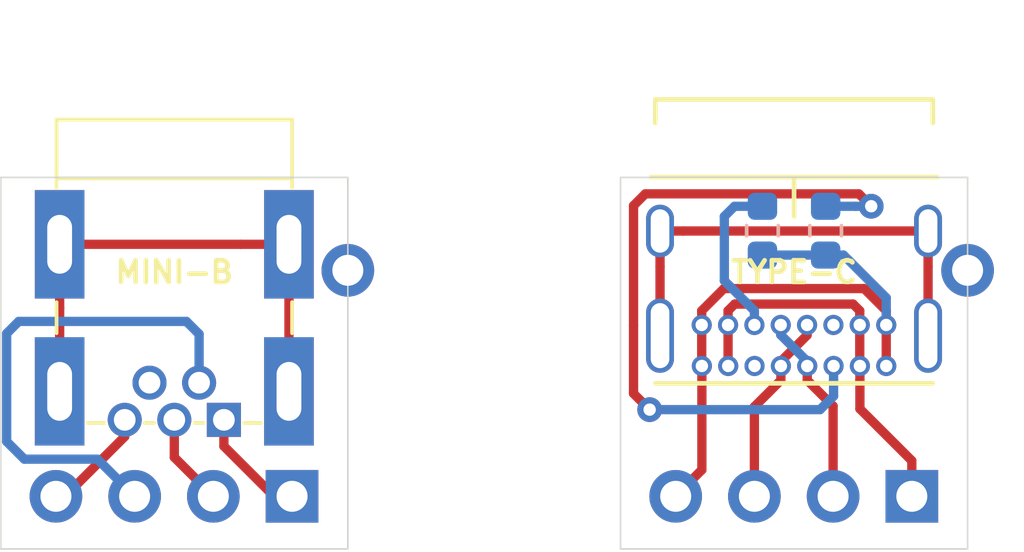
<source format=kicad_pcb>
(kicad_pcb (version 20171130) (host pcbnew "(5.1.2)-1")

  (general
    (thickness 1.6)
    (drawings 8)
    (tracks 90)
    (zones 0)
    (modules 8)
    (nets 14)
  )

  (page A4)
  (layers
    (0 F.Cu signal)
    (31 B.Cu signal)
    (32 B.Adhes user)
    (33 F.Adhes user)
    (34 B.Paste user)
    (35 F.Paste user)
    (36 B.SilkS user)
    (37 F.SilkS user)
    (38 B.Mask user)
    (39 F.Mask user)
    (40 Dwgs.User user)
    (41 Cmts.User user)
    (42 Eco1.User user)
    (43 Eco2.User user)
    (44 Edge.Cuts user)
    (45 Margin user)
    (46 B.CrtYd user)
    (47 F.CrtYd user)
    (48 B.Fab user)
    (49 F.Fab user hide)
  )

  (setup
    (last_trace_width 0.3)
    (trace_clearance 0.2)
    (zone_clearance 0.508)
    (zone_45_only no)
    (trace_min 0.2)
    (via_size 0.8)
    (via_drill 0.4)
    (via_min_size 0.4)
    (via_min_drill 0.3)
    (uvia_size 0.3)
    (uvia_drill 0.1)
    (uvias_allowed no)
    (uvia_min_size 0.2)
    (uvia_min_drill 0.1)
    (edge_width 0.05)
    (segment_width 0.2)
    (pcb_text_width 0.3)
    (pcb_text_size 1.5 1.5)
    (mod_edge_width 0.12)
    (mod_text_size 1 1)
    (mod_text_width 0.15)
    (pad_size 1.7 1.7)
    (pad_drill 1)
    (pad_to_mask_clearance 0.051)
    (solder_mask_min_width 0.25)
    (aux_axis_origin 0 0)
    (visible_elements 7FFFFFFF)
    (pcbplotparams
      (layerselection 0x010fc_ffffffff)
      (usegerberextensions false)
      (usegerberattributes false)
      (usegerberadvancedattributes false)
      (creategerberjobfile false)
      (excludeedgelayer true)
      (linewidth 0.100000)
      (plotframeref false)
      (viasonmask false)
      (mode 1)
      (useauxorigin false)
      (hpglpennumber 1)
      (hpglpenspeed 20)
      (hpglpendiameter 15.000000)
      (psnegative false)
      (psa4output false)
      (plotreference true)
      (plotvalue true)
      (plotinvisibletext false)
      (padsonsilk false)
      (subtractmaskfromsilk false)
      (outputformat 1)
      (mirror false)
      (drillshape 1)
      (scaleselection 1)
      (outputdirectory ""))
  )

  (net 0 "")
  (net 1 "Net-(J1-Pad3)")
  (net 2 "Net-(J1-Pad2)")
  (net 3 "Net-(J1-Pad1)")
  (net 4 "Net-(J2-Pad4)")
  (net 5 "Net-(J2-Pad3)")
  (net 6 "Net-(J2-Pad2)")
  (net 7 "Net-(J2-Pad1)")
  (net 8 "Net-(J3-Pad6)")
  (net 9 "Net-(J3-Pad4)")
  (net 10 "Net-(P1-PadA5)")
  (net 11 "Net-(P1-PadB5)")
  (net 12 "Net-(P1-PadS1)")
  (net 13 /GND)

  (net_class Default "This is the default net class."
    (clearance 0.2)
    (trace_width 0.3)
    (via_dia 0.8)
    (via_drill 0.4)
    (uvia_dia 0.3)
    (uvia_drill 0.1)
    (add_net /GND)
    (add_net "Net-(J1-Pad1)")
    (add_net "Net-(J1-Pad2)")
    (add_net "Net-(J1-Pad3)")
    (add_net "Net-(J2-Pad1)")
    (add_net "Net-(J2-Pad2)")
    (add_net "Net-(J2-Pad3)")
    (add_net "Net-(J2-Pad4)")
    (add_net "Net-(J3-Pad4)")
    (add_net "Net-(J3-Pad6)")
    (add_net "Net-(P1-PadA5)")
    (add_net "Net-(P1-PadB5)")
    (add_net "Net-(P1-PadS1)")
  )

  (module Resistor_SMD:R_0603_1608Metric (layer B.Cu) (tedit 5B301BBD) (tstamp 5CE332CB)
    (at 127.850001 29.89 90)
    (descr "Resistor SMD 0603 (1608 Metric), square (rectangular) end terminal, IPC_7351 nominal, (Body size source: http://www.tortai-tech.com/upload/download/2011102023233369053.pdf), generated with kicad-footprint-generator")
    (tags resistor)
    (path /5CE3280B)
    (attr smd)
    (fp_text reference R1 (at 6.35 2.72 270) (layer F.Fab)
      (effects (font (size 1 1) (thickness 0.15)) (justify mirror))
    )
    (fp_text value 5.1k (at 6.35 -2.72 270) (layer F.Fab)
      (effects (font (size 1 1) (thickness 0.15)) (justify mirror))
    )
    (fp_text user %R (at 6.35 0 270) (layer F.Fab)
      (effects (font (size 1 1) (thickness 0.15)) (justify mirror))
    )
    (fp_line (start 1.48 -0.73) (end -1.48 -0.73) (layer B.CrtYd) (width 0.05))
    (fp_line (start 1.48 0.73) (end 1.48 -0.73) (layer B.CrtYd) (width 0.05))
    (fp_line (start -1.48 0.73) (end 1.48 0.73) (layer B.CrtYd) (width 0.05))
    (fp_line (start -1.48 -0.73) (end -1.48 0.73) (layer B.CrtYd) (width 0.05))
    (fp_line (start -0.162779 -0.51) (end 0.162779 -0.51) (layer B.SilkS) (width 0.12))
    (fp_line (start -0.162779 0.51) (end 0.162779 0.51) (layer B.SilkS) (width 0.12))
    (fp_line (start 0.8 -0.4) (end -0.8 -0.4) (layer B.Fab) (width 0.1))
    (fp_line (start 0.8 0.4) (end 0.8 -0.4) (layer B.Fab) (width 0.1))
    (fp_line (start -0.8 0.4) (end 0.8 0.4) (layer B.Fab) (width 0.1))
    (fp_line (start -0.8 -0.4) (end -0.8 0.4) (layer B.Fab) (width 0.1))
    (pad 2 smd roundrect (at 0.7875 0 90) (size 0.875 0.95) (layers B.Cu B.Paste B.Mask) (roundrect_rratio 0.25)
      (net 11 "Net-(P1-PadB5)"))
    (pad 1 smd roundrect (at -0.7875 0 90) (size 0.875 0.95) (layers B.Cu B.Paste B.Mask) (roundrect_rratio 0.25)
      (net 13 /GND))
    (model ${KISYS3DMOD}/Resistor_SMD.3dshapes/R_0603_1608Metric.wrl
      (at (xyz 0 0 0))
      (scale (xyz 1 1 1))
      (rotate (xyz 0 0 0))
    )
  )

  (module Resistor_SMD:R_0603_1608Metric (layer B.Cu) (tedit 5B301BBD) (tstamp 5CE32E0C)
    (at 129.889999 29.89 90)
    (descr "Resistor SMD 0603 (1608 Metric), square (rectangular) end terminal, IPC_7351 nominal, (Body size source: http://www.tortai-tech.com/upload/download/2011102023233369053.pdf), generated with kicad-footprint-generator")
    (tags resistor)
    (path /5CE3280B)
    (attr smd)
    (fp_text reference R1 (at 6.35 2.72 270) (layer F.Fab)
      (effects (font (size 1 1) (thickness 0.15)) (justify mirror))
    )
    (fp_text value 5.1k (at 6.35 -2.72 270) (layer F.Fab)
      (effects (font (size 1 1) (thickness 0.15)) (justify mirror))
    )
    (fp_text user %R (at 6.35 0 270) (layer F.Fab)
      (effects (font (size 1 1) (thickness 0.15)) (justify mirror))
    )
    (fp_line (start 1.48 -0.73) (end -1.48 -0.73) (layer B.CrtYd) (width 0.05))
    (fp_line (start 1.48 0.73) (end 1.48 -0.73) (layer B.CrtYd) (width 0.05))
    (fp_line (start -1.48 0.73) (end 1.48 0.73) (layer B.CrtYd) (width 0.05))
    (fp_line (start -1.48 -0.73) (end -1.48 0.73) (layer B.CrtYd) (width 0.05))
    (fp_line (start -0.162779 -0.51) (end 0.162779 -0.51) (layer B.SilkS) (width 0.12))
    (fp_line (start -0.162779 0.51) (end 0.162779 0.51) (layer B.SilkS) (width 0.12))
    (fp_line (start 0.8 -0.4) (end -0.8 -0.4) (layer B.Fab) (width 0.1))
    (fp_line (start 0.8 0.4) (end 0.8 -0.4) (layer B.Fab) (width 0.1))
    (fp_line (start -0.8 0.4) (end 0.8 0.4) (layer B.Fab) (width 0.1))
    (fp_line (start -0.8 -0.4) (end -0.8 0.4) (layer B.Fab) (width 0.1))
    (pad 2 smd roundrect (at 0.7875 0 90) (size 0.875 0.95) (layers B.Cu B.Paste B.Mask) (roundrect_rratio 0.25)
      (net 10 "Net-(P1-PadA5)"))
    (pad 1 smd roundrect (at -0.7875 0 90) (size 0.875 0.95) (layers B.Cu B.Paste B.Mask) (roundrect_rratio 0.25)
      (net 13 /GND))
    (model ${KISYS3DMOD}/Resistor_SMD.3dshapes/R_0603_1608Metric.wrl
      (at (xyz 0 0 0))
      (scale (xyz 1 1 1))
      (rotate (xyz 0 0 0))
    )
  )

  (module USB_OtherConnectors:USB_Mini-B_THT_Horizontal (layer F.Cu) (tedit 5CE318BB) (tstamp 5CE31467)
    (at 110.47 36 180)
    (descr "Horizontally mounted through hole Mini-USB connector.")
    (tags "connector usb tht throughhole")
    (path /5CE330C0)
    (fp_text reference MINI-B (at 1.6 4.77 180) (layer F.SilkS)
      (effects (font (size 0.7 0.7) (thickness 0.15)))
    )
    (fp_text value USB_B_Mini (at 1.27 11.43 180) (layer F.Fab)
      (effects (font (size 1 1) (thickness 0.15)))
    )
    (fp_line (start 5.4 2.8) (end 5.4 3.8) (layer F.SilkS) (width 0.12))
    (fp_line (start -2.2 7.5) (end -2.2 9.7) (layer F.SilkS) (width 0.12))
    (fp_line (start -2.2 9.7) (end 5.4 9.7) (layer F.SilkS) (width 0.12))
    (fp_line (start 5.4 9.7) (end 5.4 7.5) (layer F.SilkS) (width 0.12))
    (fp_line (start -2.2 2.8) (end -2.2 3.8) (layer F.SilkS) (width 0.12))
    (fp_line (start 3.85 -0.1) (end 4.4 -0.1) (layer F.SilkS) (width 0.12))
    (fp_line (start 2.25 -0.1) (end 2.55 -0.1) (layer F.SilkS) (width 0.12))
    (fp_line (start 0.65 -0.1) (end 0.95 -0.1) (layer F.SilkS) (width 0.12))
    (fp_line (start -1.2 -0.1) (end -0.65 -0.1) (layer F.SilkS) (width 0.12))
    (fp_line (start -2.1 0) (end 5.3 0) (layer F.Fab) (width 0.1))
    (fp_line (start 5.3 0) (end 5.3 9.6) (layer F.Fab) (width 0.1))
    (fp_line (start 5.3 9.6) (end -2.1 9.6) (layer F.Fab) (width 0.1))
    (fp_line (start -2.1 9.6) (end -2.1 0) (layer F.Fab) (width 0.1))
    (fp_line (start -2.2 7.8) (end 5.4 7.8) (layer F.SilkS) (width 0.12))
    (fp_line (start -3.85 -2.25) (end 7.05 -2.25) (layer F.CrtYd) (width 0.05))
    (fp_line (start -3.85 -2.25) (end -3.85 10.1) (layer F.CrtYd) (width 0.05))
    (fp_line (start 7.05 10.1) (end 7.05 -2.25) (layer F.CrtYd) (width 0.05))
    (fp_line (start 7.05 10.1) (end -3.85 10.1) (layer F.CrtYd) (width 0.05))
    (pad 6 thru_hole rect (at -2.1 0.92 180) (size 1.6 3.5) (drill oval 0.8 1.9) (layers *.Cu *.Mask)
      (net 8 "Net-(J3-Pad6)"))
    (pad 6 thru_hole rect (at 5.3 0.92 180) (size 1.6 3.5) (drill oval 0.8 1.9) (layers *.Cu *.Mask)
      (net 8 "Net-(J3-Pad6)"))
    (pad 6 thru_hole rect (at -2.1 5.67 180) (size 1.6 3.5) (drill oval 0.8 1.9) (layers *.Cu *.Mask)
      (net 8 "Net-(J3-Pad6)"))
    (pad 4 thru_hole circle (at 2.4 1.2 180) (size 1.1 1.1) (drill 0.7) (layers *.Cu *.Mask)
      (net 9 "Net-(J3-Pad4)"))
    (pad 2 thru_hole circle (at 0.8 1.2 180) (size 1.1 1.1) (drill 0.7) (layers *.Cu *.Mask)
      (net 5 "Net-(J2-Pad3)"))
    (pad 1 thru_hole rect (at 0 0 180) (size 1.1 1.1) (drill 0.7) (layers *.Cu *.Mask)
      (net 7 "Net-(J2-Pad1)"))
    (pad 5 thru_hole circle (at 3.2 0 180) (size 1.1 1.1) (drill 0.7) (layers *.Cu *.Mask)
      (net 4 "Net-(J2-Pad4)"))
    (pad 3 thru_hole circle (at 1.6 0 180) (size 1.1 1.1) (drill 0.7) (layers *.Cu *.Mask)
      (net 6 "Net-(J2-Pad2)"))
    (pad 6 thru_hole rect (at 5.3 5.67 180) (size 1.6 3.5) (drill oval 0.8 1.9) (layers *.Cu *.Mask)
      (net 8 "Net-(J3-Pad6)"))
  )

  (module Connector_PinHeader_2.54mm:PinHeader_1x04_P2.54mm_Vertical (layer F.Cu) (tedit 5CE3182F) (tstamp 5CE3142F)
    (at 132.67 38.47 270)
    (descr "Through hole straight pin header, 1x04, 2.54mm pitch, single row")
    (tags "Through hole pin header THT 1x04 2.54mm single row")
    (path /5CE38B0C)
    (fp_text reference J1 (at 0 -2.33 270) (layer F.Fab)
      (effects (font (size 1 1) (thickness 0.15)))
    )
    (fp_text value Conn_01x04_MountingPin (at 0 9.95 270) (layer F.Fab)
      (effects (font (size 1 1) (thickness 0.15)))
    )
    (fp_line (start -0.635 -1.27) (end 1.27 -1.27) (layer F.Fab) (width 0.1))
    (fp_line (start 1.27 -1.27) (end 1.27 8.89) (layer F.Fab) (width 0.1))
    (fp_line (start 1.27 8.89) (end -1.27 8.89) (layer F.Fab) (width 0.1))
    (fp_line (start -1.27 8.89) (end -1.27 -0.635) (layer F.Fab) (width 0.1))
    (fp_line (start -1.27 -0.635) (end -0.635 -1.27) (layer F.Fab) (width 0.1))
    (fp_line (start -1.8 -1.8) (end -1.8 9.4) (layer F.CrtYd) (width 0.05))
    (fp_line (start -1.8 9.4) (end 1.8 9.4) (layer F.CrtYd) (width 0.05))
    (fp_line (start 1.8 9.4) (end 1.8 -1.8) (layer F.CrtYd) (width 0.05))
    (fp_line (start 1.8 -1.8) (end -1.8 -1.8) (layer F.CrtYd) (width 0.05))
    (fp_text user %R (at 0 3.81) (layer F.Fab)
      (effects (font (size 1 1) (thickness 0.15)))
    )
    (pad 1 thru_hole rect (at 0 0 270) (size 1.7 1.7) (drill 1) (layers *.Cu *.Mask)
      (net 3 "Net-(J1-Pad1)"))
    (pad 2 thru_hole oval (at 0 2.54 270) (size 1.7 1.7) (drill 1) (layers *.Cu *.Mask)
      (net 2 "Net-(J1-Pad2)"))
    (pad 3 thru_hole oval (at 0 5.08 270) (size 1.7 1.7) (drill 1) (layers *.Cu *.Mask)
      (net 1 "Net-(J1-Pad3)"))
    (pad 4 thru_hole oval (at 0 7.62 270) (size 1.7 1.7) (drill 1) (layers *.Cu *.Mask)
      (net 13 /GND))
    (model ${KISYS3DMOD}/Connector_PinHeader_2.54mm.3dshapes/PinHeader_1x04_P2.54mm_Vertical.wrl
      (at (xyz 0 0 0))
      (scale (xyz 1 1 1))
      (rotate (xyz 0 0 0))
    )
  )

  (module Connector_PinHeader_2.54mm:PinHeader_1x04_P2.54mm_Vertical (layer F.Cu) (tedit 5CE31812) (tstamp 5CE31447)
    (at 112.67 38.47 270)
    (descr "Through hole straight pin header, 1x04, 2.54mm pitch, single row")
    (tags "Through hole pin header THT 1x04 2.54mm single row")
    (path /5CE41AE4)
    (fp_text reference J2 (at 0 -2.36 90) (layer F.Fab)
      (effects (font (size 1 1) (thickness 0.15)))
    )
    (fp_text value Conn_01x04_MountingPin (at 0 9.95 270) (layer F.Fab)
      (effects (font (size 1 1) (thickness 0.15)))
    )
    (fp_text user %R (at 0 3.81) (layer F.Fab)
      (effects (font (size 1 1) (thickness 0.15)))
    )
    (fp_line (start 1.8 -1.8) (end -1.8 -1.8) (layer F.CrtYd) (width 0.05))
    (fp_line (start 1.8 9.4) (end 1.8 -1.8) (layer F.CrtYd) (width 0.05))
    (fp_line (start -1.8 9.4) (end 1.8 9.4) (layer F.CrtYd) (width 0.05))
    (fp_line (start -1.8 -1.8) (end -1.8 9.4) (layer F.CrtYd) (width 0.05))
    (fp_line (start -1.27 -0.635) (end -0.635 -1.27) (layer F.Fab) (width 0.1))
    (fp_line (start -1.27 8.89) (end -1.27 -0.635) (layer F.Fab) (width 0.1))
    (fp_line (start 1.27 8.89) (end -1.27 8.89) (layer F.Fab) (width 0.1))
    (fp_line (start 1.27 -1.27) (end 1.27 8.89) (layer F.Fab) (width 0.1))
    (fp_line (start -0.635 -1.27) (end 1.27 -1.27) (layer F.Fab) (width 0.1))
    (pad 4 thru_hole oval (at 0 7.62 270) (size 1.7 1.7) (drill 1) (layers *.Cu *.Mask)
      (net 4 "Net-(J2-Pad4)"))
    (pad 3 thru_hole oval (at 0 5.08 270) (size 1.7 1.7) (drill 1) (layers *.Cu *.Mask)
      (net 5 "Net-(J2-Pad3)"))
    (pad 2 thru_hole oval (at 0 2.54 270) (size 1.7 1.7) (drill 1) (layers *.Cu *.Mask)
      (net 6 "Net-(J2-Pad2)"))
    (pad 1 thru_hole rect (at 0 0 270) (size 1.7 1.7) (drill 1) (layers *.Cu *.Mask)
      (net 7 "Net-(J2-Pad1)"))
    (model ${KISYS3DMOD}/Connector_PinHeader_2.54mm.3dshapes/PinHeader_1x04_P2.54mm_Vertical.wrl
      (at (xyz 0 0 0))
      (scale (xyz 1 1 1))
      (rotate (xyz 0 0 0))
    )
  )

  (module Connector_PinHeader_2.54mm:PinHeader_1x01_P2.54mm_Vertical (layer F.Cu) (tedit 5CE33F8A) (tstamp 5CE37EE1)
    (at 114.47 31.17)
    (descr "Through hole straight pin header, 1x01, 2.54mm pitch, single row")
    (tags "Through hole pin header THT 1x01 2.54mm single row")
    (fp_text reference REF** (at 1.8 -3.42) (layer F.Fab)
      (effects (font (size 1 1) (thickness 0.15)))
    )
    (fp_text value PinHeader_1x01_P2.54mm_Vertical (at 0 2.33) (layer F.Fab)
      (effects (font (size 1 1) (thickness 0.15)))
    )
    (fp_line (start -0.635 -1.27) (end 1.27 -1.27) (layer F.Fab) (width 0.1))
    (fp_line (start 1.27 -1.27) (end 1.27 1.27) (layer F.Fab) (width 0.1))
    (fp_line (start 1.27 1.27) (end -1.27 1.27) (layer F.Fab) (width 0.1))
    (fp_line (start -1.27 1.27) (end -1.27 -0.635) (layer F.Fab) (width 0.1))
    (fp_line (start -1.27 -0.635) (end -0.635 -1.27) (layer F.Fab) (width 0.1))
    (fp_line (start -1.8 -1.8) (end -1.8 1.8) (layer F.CrtYd) (width 0.05))
    (fp_line (start -1.8 1.8) (end 1.8 1.8) (layer F.CrtYd) (width 0.05))
    (fp_line (start 1.8 1.8) (end 1.8 -1.8) (layer F.CrtYd) (width 0.05))
    (fp_line (start 1.8 -1.8) (end -1.8 -1.8) (layer F.CrtYd) (width 0.05))
    (fp_text user %R (at 0 0 90) (layer F.Fab)
      (effects (font (size 1 1) (thickness 0.15)))
    )
    (pad 1 thru_hole circle (at 0 0) (size 1.7 1.7) (drill 1) (layers *.Cu *.Mask))
    (model ${KISYS3DMOD}/Connector_PinHeader_2.54mm.3dshapes/PinHeader_1x01_P2.54mm_Vertical.wrl
      (at (xyz 0 0 0))
      (scale (xyz 1 1 1))
      (rotate (xyz 0 0 0))
    )
  )

  (module Connector_PinHeader_2.54mm:PinHeader_1x01_P2.54mm_Vertical (layer F.Cu) (tedit 5CE33FD7) (tstamp 5CE37FDF)
    (at 134.47 31.17)
    (descr "Through hole straight pin header, 1x01, 2.54mm pitch, single row")
    (tags "Through hole pin header THT 1x01 2.54mm single row")
    (fp_text reference REF** (at 0 -2.33) (layer F.Fab)
      (effects (font (size 1 1) (thickness 0.15)))
    )
    (fp_text value PinHeader_1x01_P2.54mm_Vertical (at 0 2.33) (layer F.Fab)
      (effects (font (size 1 1) (thickness 0.15)))
    )
    (fp_text user %R (at 0 0 90) (layer F.Fab)
      (effects (font (size 1 1) (thickness 0.15)))
    )
    (fp_line (start 1.8 -1.8) (end -1.8 -1.8) (layer F.CrtYd) (width 0.05))
    (fp_line (start 1.8 1.8) (end 1.8 -1.8) (layer F.CrtYd) (width 0.05))
    (fp_line (start -1.8 1.8) (end 1.8 1.8) (layer F.CrtYd) (width 0.05))
    (fp_line (start -1.8 -1.8) (end -1.8 1.8) (layer F.CrtYd) (width 0.05))
    (fp_line (start -1.27 -0.635) (end -0.635 -1.27) (layer F.Fab) (width 0.1))
    (fp_line (start -1.27 1.27) (end -1.27 -0.635) (layer F.Fab) (width 0.1))
    (fp_line (start 1.27 1.27) (end -1.27 1.27) (layer F.Fab) (width 0.1))
    (fp_line (start 1.27 -1.27) (end 1.27 1.27) (layer F.Fab) (width 0.1))
    (fp_line (start -0.635 -1.27) (end 1.27 -1.27) (layer F.Fab) (width 0.1))
    (pad 1 thru_hole circle (at 0 0) (size 1.7 1.7) (drill 1) (layers *.Cu *.Mask))
    (model ${KISYS3DMOD}/Connector_PinHeader_2.54mm.3dshapes/PinHeader_1x01_P2.54mm_Vertical.wrl
      (at (xyz 0 0 0))
      (scale (xyz 1 1 1))
      (rotate (xyz 0 0 0))
    )
  )

  (module Type-C:USB_C_GCT_USB4085 (layer F.Cu) (tedit 5CE32AA5) (tstamp 5CE31485)
    (at 128.87 28.16 180)
    (path /5CE3125B)
    (fp_text reference TYPE-C (at 0 -3.07) (layer F.SilkS)
      (effects (font (size 0.7 0.7) (thickness 0.15)))
    )
    (fp_text value USB_C_Plug_USB2.0 (at 0 0.85) (layer F.Fab)
      (effects (font (size 1 1) (thickness 0.15)))
    )
    (fp_line (start -4.625 0) (end 4.625 0) (layer F.SilkS) (width 0.15))
    (fp_line (start -4.475 -6.66) (end 4.475 -6.66) (layer F.SilkS) (width 0.15))
    (fp_line (start 4.48 1.75) (end 4.475 2.51) (layer F.SilkS) (width 0.15))
    (fp_line (start -4.475 2.51) (end 4.475 2.51) (layer F.SilkS) (width 0.15))
    (fp_line (start -4.475 2.51) (end -4.48 1.75) (layer F.SilkS) (width 0.15))
    (fp_line (start 0 0) (end 0 -1.27) (layer F.SilkS) (width 0.15))
    (pad A5 thru_hole circle (at -1.275 -6.1 180) (size 0.65 0.65) (drill 0.4) (layers *.Cu *.Mask)
      (net 10 "Net-(P1-PadA5)"))
    (pad A1 thru_hole circle (at -2.975 -6.1 180) (size 0.65 0.65) (drill 0.4) (layers *.Cu *.Mask)
      (net 13 /GND))
    (pad A4 thru_hole circle (at -2.125 -6.1 180) (size 0.65 0.65) (drill 0.4) (layers *.Cu *.Mask)
      (net 3 "Net-(J1-Pad1)"))
    (pad A6 thru_hole circle (at -0.425 -6.1 180) (size 0.65 0.65) (drill 0.4) (layers *.Cu *.Mask)
      (net 2 "Net-(J1-Pad2)"))
    (pad A7 thru_hole circle (at 0.425 -6.1 180) (size 0.65 0.65) (drill 0.4) (layers *.Cu *.Mask)
      (net 1 "Net-(J1-Pad3)"))
    (pad A8 thru_hole circle (at 1.275 -6.1 180) (size 0.65 0.65) (drill 0.4) (layers *.Cu *.Mask))
    (pad A9 thru_hole circle (at 2.125 -6.1 180) (size 0.65 0.65) (drill 0.4) (layers *.Cu *.Mask)
      (net 3 "Net-(J1-Pad1)"))
    (pad A12 thru_hole circle (at 2.975 -6.1 180) (size 0.65 0.65) (drill 0.4) (layers *.Cu *.Mask)
      (net 13 /GND))
    (pad B12 thru_hole circle (at -2.975 -4.775 180) (size 0.65 0.65) (drill 0.4) (layers *.Cu *.Mask)
      (net 13 /GND))
    (pad B9 thru_hole circle (at -2.12 -4.775 180) (size 0.65 0.65) (drill 0.4) (layers *.Cu *.Mask)
      (net 3 "Net-(J1-Pad1)"))
    (pad B8 thru_hole circle (at -1.27 -4.775 180) (size 0.65 0.65) (drill 0.4) (layers *.Cu *.Mask))
    (pad B7 thru_hole circle (at -0.42 -4.775 180) (size 0.65 0.65) (drill 0.4) (layers *.Cu *.Mask)
      (net 1 "Net-(J1-Pad3)"))
    (pad B6 thru_hole circle (at 0.43 -4.775 180) (size 0.65 0.65) (drill 0.4) (layers *.Cu *.Mask)
      (net 2 "Net-(J1-Pad2)"))
    (pad B5 thru_hole circle (at 1.28 -4.775 180) (size 0.65 0.65) (drill 0.4) (layers *.Cu *.Mask)
      (net 11 "Net-(P1-PadB5)"))
    (pad B4 thru_hole circle (at 2.13 -4.775 180) (size 0.65 0.65) (drill 0.4) (layers *.Cu *.Mask)
      (net 3 "Net-(J1-Pad1)"))
    (pad B1 thru_hole circle (at 2.98 -4.775 180) (size 0.65 0.65) (drill 0.4) (layers *.Cu *.Mask)
      (net 13 /GND))
    (pad S1 thru_hole oval (at -4.325 -5.12 180) (size 0.9 2.4) (drill oval 0.6 2.1) (layers *.Cu *.Mask)
      (net 12 "Net-(P1-PadS1)"))
    (pad S1 thru_hole oval (at 4.325 -5.12 180) (size 0.9 2.4) (drill oval 0.6 2.1) (layers *.Cu *.Mask)
      (net 12 "Net-(P1-PadS1)"))
    (pad S1 thru_hole oval (at -4.325 -1.74 180) (size 0.9 1.7) (drill oval 0.6 1.4) (layers *.Cu *.Mask)
      (net 12 "Net-(P1-PadS1)"))
    (pad S1 thru_hole oval (at 4.325 -1.74 180) (size 0.9 1.7) (drill oval 0.6 1.4) (layers *.Cu *.Mask)
      (net 12 "Net-(P1-PadS1)"))
  )

  (gr_line (start 103.27 28.17) (end 103.27 40.17) (layer Edge.Cuts) (width 0.05) (tstamp 5CE3425F))
  (gr_line (start 114.47 40.17) (end 114.47 28.17) (layer Edge.Cuts) (width 0.05) (tstamp 5CE3425E))
  (gr_line (start 134.47 28.17) (end 134.47 40.17) (layer Edge.Cuts) (width 0.05) (tstamp 5CE3425D))
  (gr_line (start 123.27 40.17) (end 123.27 28.17) (layer Edge.Cuts) (width 0.05) (tstamp 5CE3425C))
  (gr_line (start 123.27 28.17) (end 134.47 28.17) (layer Edge.Cuts) (width 0.05) (tstamp 5CE31B0F))
  (gr_line (start 123.27 40.17) (end 134.47 40.17) (layer Edge.Cuts) (width 0.05) (tstamp 5CE31B0E))
  (gr_line (start 103.27 40.17) (end 114.47 40.17) (layer Edge.Cuts) (width 0.05) (tstamp 5CE314F2))
  (gr_line (start 103.27 28.17) (end 114.47 28.17) (layer Edge.Cuts) (width 0.05))

  (segment (start 128.445 34.719619) (end 127.59 35.574619) (width 0.3) (layer F.Cu) (net 1))
  (segment (start 128.445 34.26) (end 128.445 34.719619) (width 0.3) (layer F.Cu) (net 1))
  (segment (start 127.59 35.574619) (end 127.59 38.47) (width 0.3) (layer F.Cu) (net 1))
  (segment (start 128.445 34.110998) (end 128.445 34.26) (width 0.3) (layer F.Cu) (net 1))
  (segment (start 129.29 33.265998) (end 128.445 34.110998) (width 0.3) (layer F.Cu) (net 1))
  (segment (start 129.29 32.935) (end 129.29 33.265998) (width 0.3) (layer F.Cu) (net 1))
  (segment (start 129.295 34.719619) (end 130.13 35.554619) (width 0.3) (layer F.Cu) (net 2))
  (segment (start 129.295 34.26) (end 129.295 34.719619) (width 0.3) (layer F.Cu) (net 2))
  (segment (start 130.13 35.554619) (end 130.13 38.47) (width 0.3) (layer F.Cu) (net 2))
  (segment (start 129.295 34.110998) (end 129.295 34.26) (width 0.3) (layer B.Cu) (net 2))
  (segment (start 128.44 33.255998) (end 129.295 34.110998) (width 0.3) (layer B.Cu) (net 2))
  (segment (start 128.44 32.935) (end 128.44 33.255998) (width 0.3) (layer B.Cu) (net 2))
  (segment (start 130.995 34.719619) (end 130.995 34.26) (width 0.3) (layer F.Cu) (net 3))
  (segment (start 130.995 35.645) (end 130.995 34.719619) (width 0.3) (layer F.Cu) (net 3))
  (segment (start 132.67 37.32) (end 130.995 35.645) (width 0.3) (layer F.Cu) (net 3))
  (segment (start 132.67 38.47) (end 132.67 37.32) (width 0.3) (layer F.Cu) (net 3))
  (segment (start 130.99 32.475381) (end 130.99 32.935) (width 0.3) (layer F.Cu) (net 3))
  (segment (start 130.774618 32.259999) (end 130.99 32.475381) (width 0.3) (layer F.Cu) (net 3))
  (segment (start 126.955382 32.259999) (end 130.774618 32.259999) (width 0.3) (layer F.Cu) (net 3))
  (segment (start 126.74 32.475381) (end 126.955382 32.259999) (width 0.3) (layer F.Cu) (net 3))
  (segment (start 126.74 32.935) (end 126.74 32.475381) (width 0.3) (layer F.Cu) (net 3))
  (segment (start 126.74 34.255) (end 126.745 34.26) (width 0.3) (layer F.Cu) (net 3))
  (segment (start 126.74 32.935) (end 126.74 34.255) (width 0.3) (layer F.Cu) (net 3))
  (segment (start 130.99 34.255) (end 130.995 34.26) (width 0.3) (layer F.Cu) (net 3))
  (segment (start 130.99 32.935) (end 130.99 34.255) (width 0.3) (layer F.Cu) (net 3))
  (segment (start 105.34 38.47) (end 105.05 38.47) (width 0.3) (layer F.Cu) (net 4))
  (segment (start 107.27 36) (end 107.27 36.54) (width 0.3) (layer F.Cu) (net 4))
  (segment (start 107.27 36.54) (end 105.34 38.47) (width 0.3) (layer F.Cu) (net 4))
  (segment (start 106.389999 37.269999) (end 104.029999 37.269999) (width 0.3) (layer B.Cu) (net 5))
  (segment (start 107.59 38.47) (end 106.389999 37.269999) (width 0.3) (layer B.Cu) (net 5))
  (segment (start 104.029999 37.269999) (end 103.46 36.7) (width 0.3) (layer B.Cu) (net 5))
  (segment (start 103.46 36.7) (end 103.46 33.21) (width 0.3) (layer B.Cu) (net 5))
  (segment (start 103.46 33.21) (end 103.85 32.82) (width 0.3) (layer B.Cu) (net 5))
  (segment (start 103.85 32.82) (end 109.26 32.82) (width 0.3) (layer B.Cu) (net 5))
  (segment (start 109.67 33.23) (end 109.67 34.8) (width 0.3) (layer B.Cu) (net 5))
  (segment (start 109.26 32.82) (end 109.67 33.23) (width 0.3) (layer B.Cu) (net 5))
  (segment (start 108.87 37.21) (end 110.13 38.47) (width 0.3) (layer F.Cu) (net 6))
  (segment (start 108.87 36) (end 108.87 37.21) (width 0.3) (layer F.Cu) (net 6))
  (segment (start 110.47 36) (end 110.48 36) (width 0.3) (layer F.Cu) (net 7))
  (segment (start 112.09 38.47) (end 112.67 38.47) (width 0.3) (layer F.Cu) (net 7))
  (segment (start 110.47 36.85) (end 112.09 38.47) (width 0.3) (layer F.Cu) (net 7))
  (segment (start 110.47 36) (end 110.47 36.85) (width 0.3) (layer F.Cu) (net 7))
  (segment (start 112.57 35.08) (end 112.57 30.33) (width 0.3) (layer F.Cu) (net 8))
  (segment (start 111.02 30.33) (end 105.17 30.33) (width 0.3) (layer F.Cu) (net 8))
  (segment (start 112.57 30.33) (end 111.02 30.33) (width 0.3) (layer F.Cu) (net 8))
  (segment (start 105.17 32.38) (end 105.17 35.08) (width 0.3) (layer F.Cu) (net 8))
  (segment (start 105.17 30.33) (end 105.17 32.38) (width 0.3) (layer F.Cu) (net 8))
  (segment (start 130.8525 29.1025) (end 129.889999 29.1025) (width 0.3) (layer B.Cu) (net 10))
  (via (at 131.36 29.1) (size 0.8) (drill 0.4) (layers F.Cu B.Cu) (net 10))
  (segment (start 130.8525 29.1025) (end 131.3575 29.1025) (width 0.3) (layer B.Cu) (net 10))
  (segment (start 131.3575 29.1025) (end 131.36 29.1) (width 0.3) (layer B.Cu) (net 10))
  (segment (start 124.07001 28.69999) (end 123.69 29.08) (width 0.3) (layer F.Cu) (net 10))
  (segment (start 131.36 29.1) (end 130.95999 28.69999) (width 0.3) (layer F.Cu) (net 10))
  (segment (start 130.95999 28.69999) (end 124.07001 28.69999) (width 0.3) (layer F.Cu) (net 10))
  (segment (start 123.69 29.08) (end 123.69 32.95) (width 0.3) (layer F.Cu) (net 10))
  (segment (start 123.69 32.95) (end 123.69 35.09) (width 0.3) (layer F.Cu) (net 10))
  (segment (start 123.69 35.09) (end 123.69 35.15) (width 0.3) (layer F.Cu) (net 10))
  (segment (start 123.69 35.15) (end 124.21 35.67) (width 0.3) (layer F.Cu) (net 10))
  (via (at 124.21 35.67) (size 0.8) (drill 0.4) (layers F.Cu B.Cu) (net 10))
  (segment (start 130.145 34.719619) (end 130.145 34.26) (width 0.3) (layer B.Cu) (net 10))
  (segment (start 130.145 35.235) (end 130.145 34.719619) (width 0.3) (layer B.Cu) (net 10))
  (segment (start 124.21 35.67) (end 129.71 35.67) (width 0.3) (layer B.Cu) (net 10))
  (segment (start 129.71 35.67) (end 130.145 35.235) (width 0.3) (layer B.Cu) (net 10))
  (segment (start 127.59 32.475381) (end 126.62 31.505381) (width 0.3) (layer B.Cu) (net 11))
  (segment (start 127.59 32.935) (end 127.59 32.475381) (width 0.3) (layer B.Cu) (net 11))
  (segment (start 126.62 31.505381) (end 126.62 29.43) (width 0.3) (layer B.Cu) (net 11))
  (segment (start 126.9475 29.1025) (end 127.850001 29.1025) (width 0.3) (layer B.Cu) (net 11))
  (segment (start 126.62 29.43) (end 126.9475 29.1025) (width 0.3) (layer B.Cu) (net 11))
  (segment (start 125.295 29.9) (end 133.195 29.9) (width 0.3) (layer F.Cu) (net 12))
  (segment (start 124.545 29.9) (end 125.295 29.9) (width 0.3) (layer F.Cu) (net 12))
  (segment (start 124.545 31.05) (end 124.545 33.28) (width 0.3) (layer F.Cu) (net 12))
  (segment (start 124.545 29.9) (end 124.545 31.05) (width 0.3) (layer F.Cu) (net 12))
  (segment (start 133.195 31.05) (end 133.195 33.28) (width 0.3) (layer F.Cu) (net 12))
  (segment (start 133.195 29.9) (end 133.195 31.05) (width 0.3) (layer F.Cu) (net 12))
  (segment (start 125.895 37.615) (end 125.895 34.26) (width 0.3) (layer F.Cu) (net 13))
  (segment (start 125.05 38.47) (end 125.05 38.46) (width 0.3) (layer F.Cu) (net 13))
  (segment (start 125.05 38.46) (end 125.895 37.615) (width 0.3) (layer F.Cu) (net 13))
  (segment (start 125.89 34.255) (end 125.895 34.26) (width 0.3) (layer F.Cu) (net 13))
  (segment (start 125.89 32.935) (end 125.89 34.255) (width 0.3) (layer F.Cu) (net 13))
  (segment (start 131.845 32.935) (end 131.845 34.26) (width 0.3) (layer F.Cu) (net 13))
  (segment (start 131.845 32.475381) (end 131.845 32.935) (width 0.3) (layer F.Cu) (net 13))
  (segment (start 131.129608 31.759989) (end 131.845 32.475381) (width 0.3) (layer F.Cu) (net 13))
  (segment (start 126.605392 31.759989) (end 131.129608 31.759989) (width 0.3) (layer F.Cu) (net 13))
  (segment (start 125.89 32.475381) (end 126.605392 31.759989) (width 0.3) (layer F.Cu) (net 13))
  (segment (start 125.89 32.935) (end 125.89 32.475381) (width 0.3) (layer F.Cu) (net 13))
  (segment (start 127.850001 30.6775) (end 129.889999 30.6775) (width 0.3) (layer B.Cu) (net 13))
  (segment (start 131.845 32.475381) (end 131.845 32.935) (width 0.3) (layer B.Cu) (net 13))
  (segment (start 131.845 32.057501) (end 131.845 32.475381) (width 0.3) (layer B.Cu) (net 13))
  (segment (start 130.464999 30.6775) (end 131.845 32.057501) (width 0.3) (layer B.Cu) (net 13))
  (segment (start 129.889999 30.6775) (end 130.464999 30.6775) (width 0.3) (layer B.Cu) (net 13))

)

</source>
